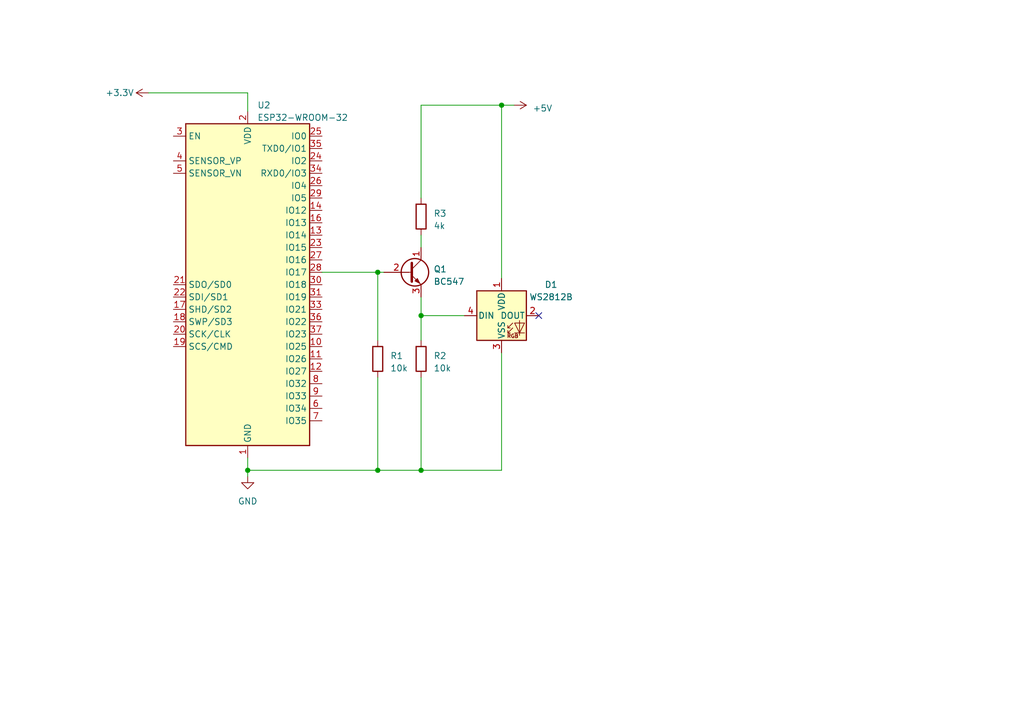
<source format=kicad_sch>
(kicad_sch (version 20230121) (generator eeschema)
  (paper "A5")
  (title_block (title "LEDController") (date "2023-02-18") (rev "01") (company "private") (comment 1 "Author: Marcel R. & ChrTopf"))
  (lib_symbols
    (symbol "Device:R" (pin_numbers hide) (pin_names (offset 0))
      (property "Reference" "R" (at 2.032 0 90))
      (property "Value" "R" (at 0 0 90))
      (symbol "R_0_1"
        (rectangle (start -1.016 -2.54) (end 1.016 2.54) (stroke (width 0.254)))
      )
      (symbol "R_1_1"
        (pin passive line (at 0 3.81 270) (length 1.27) (name "~") (number "1"))
        (pin passive line (at 0 -3.81 90) (length 1.27) (name "~") (number "2"))
      )
    )
    (symbol "LED:WS2812B" (pin_names (offset 0.254))
      (property "Reference" "D" (at 5.08 5.715 0))
      (property "Value" "WS2812B" (at 1.27 -5.715 0))
      (symbol "WS2812B_0_0"
        (text "RGB" (at 2.286 -4.191 0) (effects (font (size 0.762 0.762))))
      )
      (symbol "WS2812B_0_1"
        (polyline (pts (xy 1.27 -3.556) (xy 1.778 -3.556)))
        (polyline (pts (xy 1.27 -2.54) (xy 1.778 -2.54)))
        (polyline (pts (xy 4.699 -3.556) (xy 2.667 -3.556)))
        (polyline (pts (xy 2.286 -2.54) (xy 1.27 -3.556) (xy 1.27 -3.048)))
        (polyline (pts (xy 2.286 -1.524) (xy 1.27 -2.54) (xy 1.27 -2.032)))
        (polyline (pts (xy 3.683 -1.016) (xy 3.683 -3.556) (xy 3.683 -4.064)))
        (polyline (pts (xy 4.699 -1.524) (xy 2.667 -1.524) (xy 3.683 -3.556) (xy 4.699 -1.524)))
        (rectangle (start 5.08 5.08) (end -5.08 -5.08) (stroke (width 0.254)) (fill (type background)))
      )
      (symbol "WS2812B_1_1"
        (pin power_in line (at 0 7.62 270) (length 2.54) (name "VDD") (number "1"))
        (pin output line (at 7.62 0 180) (length 2.54) (name "DOUT") (number "2"))
        (pin power_in line (at 0 -7.62 90) (length 2.54) (name "VSS") (number "3"))
        (pin input line (at -7.62 0 0) (length 2.54) (name "DIN") (number "4"))
      )
    )
    (symbol "RF_Module:ESP32-WROOM-32"
      (property "Reference" "U" (at -12.7 34.29 0))
      (property "Value" "ESP32-WROOM-32" (at 1.27 34.29 0))
      (symbol "ESP32-WROOM-32_0_1"
        (rectangle (start -12.7 33.02) (end 12.7 -33.02) (stroke (width 0.254)) (fill (type background)))
      )
      (symbol "ESP32-WROOM-32_1_1"
        (pin power_in line (at 0 -35.56 90) (length 2.54) (name "GND") (number "1"))
        (pin bidirectional line (at 15.24 -12.7 180) (length 2.54) (name "IO25") (number "10"))
        (pin bidirectional line (at 15.24 -15.24 180) (length 2.54) (name "IO26") (number "11"))
        (pin bidirectional line (at 15.24 -17.78 180) (length 2.54) (name "IO27") (number "12"))
        (pin bidirectional line (at 15.24 10.16 180) (length 2.54) (name "IO14") (number "13"))
        (pin bidirectional line (at 15.24 15.24 180) (length 2.54) (name "IO12") (number "14"))
        (pin passive line (at 0 -35.56 90) (length 2.54) hide (name "GND") (number "15"))
        (pin bidirectional line (at 15.24 12.7 180) (length 2.54) (name "IO13") (number "16"))
        (pin bidirectional line (at -15.24 -5.08 0) (length 2.54) (name "SHD/SD2") (number "17"))
        (pin bidirectional line (at -15.24 -7.62 0) (length 2.54) (name "SWP/SD3") (number "18"))
        (pin bidirectional line (at -15.24 -12.7 0) (length 2.54) (name "SCS/CMD") (number "19"))
        (pin power_in line (at 0 35.56 270) (length 2.54) (name "VDD") (number "2"))
        (pin bidirectional line (at -15.24 -10.16 0) (length 2.54) (name "SCK/CLK") (number "20"))
        (pin bidirectional line (at -15.24 0 0) (length 2.54) (name "SDO/SD0") (number "21"))
        (pin bidirectional line (at -15.24 -2.54 0) (length 2.54) (name "SDI/SD1") (number "22"))
        (pin bidirectional line (at 15.24 7.62 180) (length 2.54) (name "IO15") (number "23"))
        (pin bidirectional line (at 15.24 25.4 180) (length 2.54) (name "IO2") (number "24"))
        (pin bidirectional line (at 15.24 30.48 180) (length 2.54) (name "IO0") (number "25"))
        (pin bidirectional line (at 15.24 20.32 180) (length 2.54) (name "IO4") (number "26"))
        (pin bidirectional line (at 15.24 5.08 180) (length 2.54) (name "IO16") (number "27"))
        (pin bidirectional line (at 15.24 2.54 180) (length 2.54) (name "IO17") (number "28"))
        (pin bidirectional line (at 15.24 17.78 180) (length 2.54) (name "IO5") (number "29"))
        (pin input line (at -15.24 30.48 0) (length 2.54) (name "EN") (number "3"))
        (pin bidirectional line (at 15.24 0 180) (length 2.54) (name "IO18") (number "30"))
        (pin bidirectional line (at 15.24 -2.54 180) (length 2.54) (name "IO19") (number "31"))
        (pin no_connect line (at -12.7 -27.94 0) (length 2.54) hide (name "NC") (number "32"))
        (pin bidirectional line (at 15.24 -5.08 180) (length 2.54) (name "IO21") (number "33"))
        (pin bidirectional line (at 15.24 22.86 180) (length 2.54) (name "RXD0/IO3") (number "34"))
        (pin bidirectional line (at 15.24 27.94 180) (length 2.54) (name "TXD0/IO1") (number "35"))
        (pin bidirectional line (at 15.24 -7.62 180) (length 2.54) (name "IO22") (number "36"))
        (pin bidirectional line (at 15.24 -10.16 180) (length 2.54) (name "IO23") (number "37"))
        (pin passive line (at 0 -35.56 90) (length 2.54) hide (name "GND") (number "38"))
        (pin passive line (at 0 -35.56 90) (length 2.54) hide (name "GND") (number "39"))
        (pin input line (at -15.24 25.4 0) (length 2.54) (name "SENSOR_VP") (number "4"))
        (pin input line (at -15.24 22.86 0) (length 2.54) (name "SENSOR_VN") (number "5"))
        (pin input line (at 15.24 -25.4 180) (length 2.54) (name "IO34") (number "6"))
        (pin input line (at 15.24 -27.94 180) (length 2.54) (name "IO35") (number "7"))
        (pin bidirectional line (at 15.24 -20.32 180) (length 2.54) (name "IO32") (number "8"))
        (pin bidirectional line (at 15.24 -22.86 180) (length 2.54) (name "IO33") (number "9"))
      )
    )
    (symbol "Transistor_BJT:BC547" (pin_names (offset 0) hide)
      (property "Reference" "Q" (at 5.08 1.905 0))
      (property "Value" "BC547" (at 5.08 0 0))
      (symbol "BC547_0_1"
        (polyline (pts (xy 0 0) (xy 0.635 0)))
        (polyline (pts (xy 0.635 0.635) (xy 2.54 2.54)))
        (polyline (pts (xy 0.635 -0.635) (xy 2.54 -2.54) (xy 2.54 -2.54)))
        (polyline (pts (xy 0.635 1.905) (xy 0.635 -1.905) (xy 0.635 -1.905)) (stroke (width 0.508)))
        (polyline (pts (xy 1.27 -1.778) (xy 1.778 -1.27) (xy 2.286 -2.286) (xy 1.27 -1.778) (xy 1.27 -1.778)) (fill (type outline)))
        (circle (center 1.27 0) (radius 2.8194) (stroke (width 0.254)))
      )
      (symbol "BC547_1_1"
        (pin passive line (at 2.54 5.08 270) (length 2.54) (name "C") (number "1"))
        (pin input line (at -5.08 0 0) (length 5.08) (name "B") (number "2"))
        (pin passive line (at 2.54 -5.08 90) (length 2.54) (name "E") (number "3"))
      )
    )
    (symbol "power:+3.3V" (power) (pin_names (offset 0))
      (property "Value" "+3.3V" (at 0 3.556 0))
      (symbol "+3.3V_0_1"
        (polyline (pts (xy -0.762 1.27) (xy 0 2.54)))
        (polyline (pts (xy 0 0) (xy 0 2.54)))
        (polyline (pts (xy 0 2.54) (xy 0.762 1.27)))
      )
      (symbol "+3.3V_1_1"
        (pin power_in line (at 0 0 90) (length 0) hide (name "+3.3V") (number "1"))
      )
    )
    (symbol "power:+5V" (power) (pin_names (offset 0))
      (property "Value" "+5V" (at 0 3.556 0))
      (symbol "+5V_0_1"
        (polyline (pts (xy -0.762 1.27) (xy 0 2.54)))
        (polyline (pts (xy 0 0) (xy 0 2.54)))
        (polyline (pts (xy 0 2.54) (xy 0.762 1.27)))
      )
      (symbol "+5V_1_1"
        (pin power_in line (at 0 0 90) (length 0) hide (name "+5V") (number "1"))
      )
    )
    (symbol "power:GND" (power) (pin_names (offset 0))
      (property "Value" "GND" (at 0 -3.81 0))
      (symbol "GND_0_1"
        (polyline (pts (xy 0 0) (xy 0 -1.27) (xy 1.27 -1.27) (xy 0 -2.54) (xy -1.27 -1.27) (xy 0 -1.27)))
      )
      (symbol "GND_1_1"
        (pin power_in line (at 0 0 270) (length 0) hide (name "GND") (number "1"))
      )
    )
  )
  (junction (at 86.36 96.52))
  (junction (at 86.36 64.77))
  (junction (at 50.8 96.52))
  (junction (at 77.47 96.52))
  (junction (at 77.47 55.88))
  (junction (at 102.87 21.59))
  (no_connect (at 110.49 64.77))
  (wire (pts (xy 77.47 77.47) (xy 77.47 96.52)))
  (wire (pts (xy 102.87 21.59) (xy 102.87 57.15)))
  (wire (pts (xy 86.36 21.59) (xy 86.36 40.64)))
  (wire (pts (xy 86.36 96.52) (xy 77.47 96.52)))
  (wire (pts (xy 86.36 77.47) (xy 86.36 96.52)))
  (wire (pts (xy 86.36 21.59) (xy 102.87 21.59)))
  (wire (pts (xy 102.87 96.52) (xy 86.36 96.52)))
  (wire (pts (xy 50.8 97.79) (xy 50.8 96.52)))
  (wire (pts (xy 102.87 21.59) (xy 105.41 21.59)))
  (wire (pts (xy 86.36 64.77) (xy 86.36 69.85)))
  (wire (pts (xy 86.36 60.96) (xy 86.36 64.77)))
  (wire (pts (xy 77.47 55.88) (xy 77.47 69.85)))
  (wire (pts (xy 77.47 55.88) (xy 78.74 55.88)))
  (wire (pts (xy 50.8 19.05) (xy 50.8 22.86)))
  (wire (pts (xy 86.36 64.77) (xy 95.25 64.77)))
  (wire (pts (xy 50.8 96.52) (xy 77.47 96.52)))
  (wire (pts (xy 66.04 55.88) (xy 77.47 55.88)))
  (wire (pts (xy 30.48 19.05) (xy 50.8 19.05)))
  (wire (pts (xy 50.8 93.98) (xy 50.8 96.52)))
  (wire (pts (xy 102.87 72.39) (xy 102.87 96.52)))
  (wire (pts (xy 86.36 48.26) (xy 86.36 50.8)))
  (symbol (lib_id "Device:R") (at 86.36 73.66 0) (unit 1)
    (property "Reference" "R2" (at 88.9 73.025 0) (effects (justify left)))
    (property "Value" "10k" (at 88.9 75.565 0) (effects (justify left)))
  )
  (symbol (lib_id "Device:R") (at 86.36 44.45 0) (unit 1)
    (property "Reference" "R3" (at 88.9 43.815 0) (effects (justify left)))
    (property "Value" "4k" (at 88.9 46.355 0) (effects (justify left)))
  )
  (symbol (lib_id "Transistor_BJT:BC547") (at 83.82 55.88 0) (unit 1)
    (property "Reference" "Q1" (at 88.9 55.245 0) (effects (justify left)))
    (property "Value" "BC547" (at 88.9 57.785 0) (effects (justify left)))
    (property "Footprint" "Package_TO_SOT_THT:TO-92_Inline" (effects hide))
    (property "Datasheet" "https://www.onsemi.com/pub/Collateral/BC550-D.pdf" (effects hide))
  )
  (symbol (lib_id "Device:R") (at 77.47 73.66 0) (unit 1)
    (property "Reference" "R1" (at 80.01 73.025 0) (effects (justify left)))
    (property "Value" "10k" (at 80.01 75.565 0) (effects (justify left)))
  )
  (symbol (lib_id "LED:WS2812B") (at 102.87 64.77 0) (unit 1)
    (property "Reference" "D1" (at 113.03 58.42 0))
    (property "Value" "WS2812B" (at 113.03 60.96 0))
    (property "Footprint" "LED_SMD:LED_WS2812B_PLCC4_5.0x5.0mm_P3.2mm" (effects hide))
    (property "Datasheet" "https://cdn-shop.adafruit.com/datasheets/WS2812B.pdf" (effects hide))
  )
  (symbol (lib_id "RF_Module:ESP32-WROOM-32") (at 50.8 58.42 0) (unit 1)
    (property "Reference" "U2" (at 52.7559 21.59 0) (effects (justify left)))
    (property "Value" "ESP32-WROOM-32" (at 52.7559 24.13 0) (effects (justify left)))
    (property "Footprint" "RF_Module:ESP32-WROOM-32" (effects hide))
    (property "Datasheet" "https://www.espressif.com/sites/default/files/documentation/esp32-wroom-32_datasheet_en.pdf" (effects hide))
  )
  (symbol (lib_id "power:+5V") (at 105.41 21.59 270) (unit 1)
    (property "Reference" "#PWR01" (effects hide))
    (property "Value" "+5V" (at 109.22 22.225 90) (effects (justify left)))
  )
  (symbol (lib_id "power:GND") (at 50.8 97.79 0) (unit 1)
    (property "Reference" "#PWR02" (effects hide))
    (property "Value" "GND" (at 50.8 102.87 0))
  )
  (symbol (lib_id "power:+3.3V") (at 30.48 19.05 90) (unit 1)
    (property "Reference" "#PWR03" (effects hide))
    (property "Value" "+3.3V" (at 21.59 19.05 90) (effects (justify right)))
  )
)
</source>
